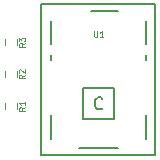
<source format=gto>
G04 #@! TF.FileFunction,Legend,Top*
%FSLAX46Y46*%
G04 Gerber Fmt 4.6, Leading zero omitted, Abs format (unit mm)*
G04 Created by KiCad (PCBNEW 4.0.7-e2-6376~58~ubuntu16.04.1) date Thu Aug  2 19:24:01 2018*
%MOMM*%
%LPD*%
G01*
G04 APERTURE LIST*
%ADD10C,0.100000*%
%ADD11C,0.120000*%
%ADD12C,0.150000*%
G04 APERTURE END LIST*
D10*
D11*
X154980000Y-100675000D02*
X154980000Y-100175000D01*
X153920000Y-100175000D02*
X153920000Y-100675000D01*
X154980000Y-97975000D02*
X154980000Y-97475000D01*
X153920000Y-97475000D02*
X153920000Y-97975000D01*
X154980000Y-95225000D02*
X154980000Y-94725000D01*
X153920000Y-94725000D02*
X153920000Y-95225000D01*
D12*
X161875000Y-103975000D02*
X160225000Y-103975000D01*
X161875000Y-103975000D02*
X163525000Y-103975000D01*
X161875000Y-92375000D02*
X163525000Y-92375000D01*
X161875000Y-92375000D02*
X161225000Y-92375000D01*
X165875000Y-101175000D02*
X165875000Y-101125000D01*
X165875000Y-101175000D02*
X165875000Y-103175000D01*
X157875000Y-101125000D02*
X157875000Y-103175000D01*
X165925000Y-96425000D02*
X165925000Y-96475000D01*
X165925000Y-96075000D02*
X165925000Y-96425000D01*
X165875000Y-95075000D02*
X165875000Y-95175000D01*
X165875000Y-93275000D02*
X165875000Y-93175000D01*
X157875000Y-93275000D02*
X157875000Y-93175000D01*
X157875000Y-95075000D02*
X157875000Y-95175000D01*
X157875000Y-96425000D02*
X157875000Y-96475000D01*
X157875000Y-96075000D02*
X157875000Y-96425000D01*
X165875000Y-93375000D02*
X165875000Y-93275000D01*
X157875000Y-93375000D02*
X157875000Y-93275000D01*
X161875000Y-98875000D02*
X163175000Y-98875000D01*
X163175000Y-98875000D02*
X163175000Y-101475000D01*
X163175000Y-101475000D02*
X160575000Y-101475000D01*
X160575000Y-101475000D02*
X160575000Y-98875000D01*
X160575000Y-98875000D02*
X161875000Y-98875000D01*
X157875000Y-95075000D02*
X157875000Y-93375000D01*
X165875000Y-93375000D02*
X165875000Y-95075000D01*
X157175000Y-91775000D02*
X166675000Y-91775000D01*
X166675000Y-91775000D02*
X166675000Y-104575000D01*
X166675000Y-104575000D02*
X156975000Y-104575000D01*
X156975000Y-104575000D02*
X156975000Y-92075000D01*
X156975000Y-92075000D02*
X156975000Y-91775000D01*
X156975000Y-91775000D02*
X157175000Y-91775000D01*
D10*
X155651190Y-100508333D02*
X155413095Y-100675000D01*
X155651190Y-100794047D02*
X155151190Y-100794047D01*
X155151190Y-100603571D01*
X155175000Y-100555952D01*
X155198810Y-100532143D01*
X155246429Y-100508333D01*
X155317857Y-100508333D01*
X155365476Y-100532143D01*
X155389286Y-100555952D01*
X155413095Y-100603571D01*
X155413095Y-100794047D01*
X155651190Y-100032143D02*
X155651190Y-100317857D01*
X155651190Y-100175000D02*
X155151190Y-100175000D01*
X155222619Y-100222619D01*
X155270238Y-100270238D01*
X155294048Y-100317857D01*
X155626190Y-97783333D02*
X155388095Y-97950000D01*
X155626190Y-98069047D02*
X155126190Y-98069047D01*
X155126190Y-97878571D01*
X155150000Y-97830952D01*
X155173810Y-97807143D01*
X155221429Y-97783333D01*
X155292857Y-97783333D01*
X155340476Y-97807143D01*
X155364286Y-97830952D01*
X155388095Y-97878571D01*
X155388095Y-98069047D01*
X155173810Y-97592857D02*
X155150000Y-97569047D01*
X155126190Y-97521428D01*
X155126190Y-97402381D01*
X155150000Y-97354762D01*
X155173810Y-97330952D01*
X155221429Y-97307143D01*
X155269048Y-97307143D01*
X155340476Y-97330952D01*
X155626190Y-97616666D01*
X155626190Y-97307143D01*
X155651190Y-95083333D02*
X155413095Y-95250000D01*
X155651190Y-95369047D02*
X155151190Y-95369047D01*
X155151190Y-95178571D01*
X155175000Y-95130952D01*
X155198810Y-95107143D01*
X155246429Y-95083333D01*
X155317857Y-95083333D01*
X155365476Y-95107143D01*
X155389286Y-95130952D01*
X155413095Y-95178571D01*
X155413095Y-95369047D01*
X155151190Y-94916666D02*
X155151190Y-94607143D01*
X155341667Y-94773809D01*
X155341667Y-94702381D01*
X155365476Y-94654762D01*
X155389286Y-94630952D01*
X155436905Y-94607143D01*
X155555952Y-94607143D01*
X155603571Y-94630952D01*
X155627381Y-94654762D01*
X155651190Y-94702381D01*
X155651190Y-94845238D01*
X155627381Y-94892857D01*
X155603571Y-94916666D01*
X161494048Y-94051190D02*
X161494048Y-94455952D01*
X161517857Y-94503571D01*
X161541667Y-94527381D01*
X161589286Y-94551190D01*
X161684524Y-94551190D01*
X161732143Y-94527381D01*
X161755952Y-94503571D01*
X161779762Y-94455952D01*
X161779762Y-94051190D01*
X162279762Y-94551190D02*
X161994048Y-94551190D01*
X162136905Y-94551190D02*
X162136905Y-94051190D01*
X162089286Y-94122619D01*
X162041667Y-94170238D01*
X161994048Y-94194048D01*
D12*
X162184524Y-100582143D02*
X162136905Y-100629762D01*
X161994048Y-100677381D01*
X161898810Y-100677381D01*
X161755952Y-100629762D01*
X161660714Y-100534524D01*
X161613095Y-100439286D01*
X161565476Y-100248810D01*
X161565476Y-100105952D01*
X161613095Y-99915476D01*
X161660714Y-99820238D01*
X161755952Y-99725000D01*
X161898810Y-99677381D01*
X161994048Y-99677381D01*
X162136905Y-99725000D01*
X162184524Y-99772619D01*
M02*

</source>
